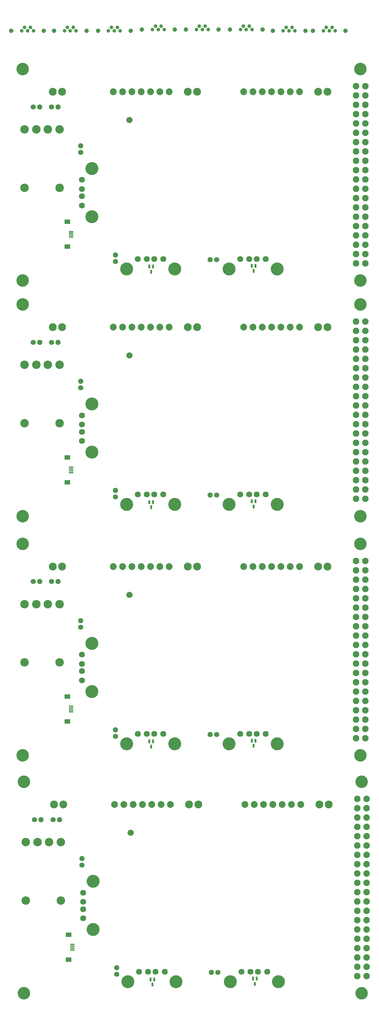
<source format=gbs>
G75*
G70*
%OFA0B0*%
%FSLAX24Y24*%
%IPPOS*%
%LPD*%
G04 *
G04 macro definitions for tiled file 'solderStiched.GBS':*
G04 *
%AMOC8*
5,1,8,0,0,1.08239X$1,22.5*
%
G04 *
G04 aperture list for tiled file 'solderStiched.GBS':*
G04 *
%ADD21OC8,0.0680*%
%ADD18C,0.0640*%
%ADD11C,0.0476*%
%ADD15C,0.0560*%
%ADD20R,0.0237X0.0395*%
%ADD22R,0.0474X0.0178*%
%ADD19C,0.1390*%
%ADD14OC8,0.0560*%
%ADD23R,0.0608X0.0474*%
%ADD13C,0.0907*%
%ADD16C,0.0730*%
%ADD12C,0.1340*%
%ADD10C,0.0390*%
%ADD24C,0.0671*%
%ADD17C,0.0840*%
G04 *
G04 next data from source file './FFC-Adapteranothercopy/bottom_soldermask.GBS', *
G04 source file key is 'infile_0003'. *
G04 *
D10*
X011180Y121117D03*
X011495Y121471D03*
X011810Y121117D03*
X012125Y121471D03*
X012440Y121117D03*
D11*
X010058Y121097D03*
X013562Y121097D03*
G04 *
G04 next data from source file './FFC-Adapter5thcopy/bottom_soldermask.GBS', *
G04 source file key is 'infile_0010'. *
G04 *
D10*
X020630Y121252D03*
X020945Y121606D03*
X021260Y121252D03*
X021575Y121606D03*
X021890Y121252D03*
D11*
X019508Y121232D03*
X023012Y121232D03*
G04 *
G04 next data from source file './BDM/bottom_soldermask.GBS', *
G04 source file key is 'infile_0008'. *
G04 *
D12*
X001969Y043443D03*
X001969Y066120D03*
X038229Y066120D03*
X038229Y043443D03*
D13*
X005932Y053398D03*
X002182Y053398D03*
X002182Y059648D03*
X003432Y059648D03*
X004682Y059648D03*
X005932Y059648D03*
D14*
X008190Y057887D03*
X005784Y062065D03*
X003815Y062065D03*
X011942Y046183D03*
X022092Y045691D03*
D15*
X022792Y045691D03*
X011942Y045483D03*
X008190Y057187D03*
X005084Y062065D03*
X003115Y062065D03*
D16*
X011709Y063683D03*
X012709Y063683D03*
X013709Y063683D03*
X014709Y063683D03*
X015709Y063683D03*
X016709Y063683D03*
X017709Y063683D03*
X025709Y063683D03*
X026709Y063683D03*
X027709Y063683D03*
X028709Y063683D03*
X029709Y063683D03*
X030709Y063683D03*
X031709Y063683D03*
D17*
X033709Y063683D03*
X034709Y063683D03*
X020709Y063683D03*
X019709Y063683D03*
X006209Y063683D03*
X005209Y063683D03*
D18*
X008321Y054239D03*
X008321Y053259D03*
X008321Y052469D03*
X008321Y051489D03*
X014334Y045753D03*
X015314Y045753D03*
X016104Y045753D03*
X017084Y045753D03*
X025334Y045753D03*
X026314Y045753D03*
X027104Y045753D03*
X028084Y045753D03*
D19*
X029294Y044683D03*
X024124Y044683D03*
X018294Y044683D03*
X013124Y044683D03*
X009391Y050279D03*
X009391Y055449D03*
D20*
X015572Y044939D03*
X015965Y044939D03*
X015769Y044388D03*
X026580Y045018D03*
X026973Y045018D03*
X026776Y044467D03*
D21*
X037769Y045282D03*
X038769Y045282D03*
X038769Y046282D03*
X038769Y047282D03*
X037769Y047282D03*
X037769Y046282D03*
X037769Y048282D03*
X038769Y048282D03*
X038769Y049282D03*
X038769Y050282D03*
X037769Y050282D03*
X037769Y049282D03*
X037769Y051282D03*
X038769Y051282D03*
X038769Y052282D03*
X037769Y052282D03*
X037769Y053282D03*
X038769Y053282D03*
X038769Y054282D03*
X037769Y054282D03*
X037769Y055282D03*
X038769Y055282D03*
X038769Y056282D03*
X037769Y056282D03*
X037769Y057282D03*
X038769Y057282D03*
X038769Y058282D03*
X037769Y058282D03*
X037769Y059282D03*
X038769Y059282D03*
X038769Y060282D03*
X037769Y060282D03*
X037769Y061282D03*
X038769Y061282D03*
X038769Y062282D03*
X038769Y063282D03*
X037769Y063282D03*
X037769Y062282D03*
X037769Y064282D03*
X038769Y064282D03*
D22*
X007166Y048699D03*
X007166Y048502D03*
X007166Y048305D03*
X007166Y048108D03*
D23*
X006753Y047069D03*
X006753Y049738D03*
D24*
X013426Y060648D03*
G04 *
G04 next data from source file './BDMcopy/bottom_soldermask.GBS', *
G04 source file key is 'infile_0007'. *
G04 *
D12*
X001969Y069093D03*
X001969Y091770D03*
X038229Y091770D03*
X038229Y069093D03*
D13*
X005932Y079048D03*
X002182Y079048D03*
X002182Y085298D03*
X003432Y085298D03*
X004682Y085298D03*
X005932Y085298D03*
D14*
X008190Y083537D03*
X005784Y087715D03*
X003815Y087715D03*
X011942Y071833D03*
X022092Y071341D03*
D15*
X022792Y071341D03*
X011942Y071133D03*
X008190Y082837D03*
X005084Y087715D03*
X003115Y087715D03*
D16*
X011709Y089333D03*
X012709Y089333D03*
X013709Y089333D03*
X014709Y089333D03*
X015709Y089333D03*
X016709Y089333D03*
X017709Y089333D03*
X025709Y089333D03*
X026709Y089333D03*
X027709Y089333D03*
X028709Y089333D03*
X029709Y089333D03*
X030709Y089333D03*
X031709Y089333D03*
D17*
X033709Y089333D03*
X034709Y089333D03*
X020709Y089333D03*
X019709Y089333D03*
X006209Y089333D03*
X005209Y089333D03*
D18*
X008321Y079889D03*
X008321Y078909D03*
X008321Y078119D03*
X008321Y077139D03*
X014334Y071403D03*
X015314Y071403D03*
X016104Y071403D03*
X017084Y071403D03*
X025334Y071403D03*
X026314Y071403D03*
X027104Y071403D03*
X028084Y071403D03*
D19*
X029294Y070333D03*
X024124Y070333D03*
X018294Y070333D03*
X013124Y070333D03*
X009391Y075929D03*
X009391Y081099D03*
D20*
X015572Y070589D03*
X015965Y070589D03*
X015769Y070038D03*
X026580Y070668D03*
X026973Y070668D03*
X026776Y070117D03*
D21*
X037769Y070932D03*
X038769Y070932D03*
X038769Y071932D03*
X038769Y072932D03*
X037769Y072932D03*
X037769Y071932D03*
X037769Y073932D03*
X038769Y073932D03*
X038769Y074932D03*
X038769Y075932D03*
X037769Y075932D03*
X037769Y074932D03*
X037769Y076932D03*
X038769Y076932D03*
X038769Y077932D03*
X037769Y077932D03*
X037769Y078932D03*
X038769Y078932D03*
X038769Y079932D03*
X037769Y079932D03*
X037769Y080932D03*
X038769Y080932D03*
X038769Y081932D03*
X037769Y081932D03*
X037769Y082932D03*
X038769Y082932D03*
X038769Y083932D03*
X037769Y083932D03*
X037769Y084932D03*
X038769Y084932D03*
X038769Y085932D03*
X037769Y085932D03*
X037769Y086932D03*
X038769Y086932D03*
X038769Y087932D03*
X038769Y088932D03*
X037769Y088932D03*
X037769Y087932D03*
X037769Y089932D03*
X038769Y089932D03*
D22*
X007166Y074349D03*
X007166Y074152D03*
X007166Y073955D03*
X007166Y073758D03*
D23*
X006753Y072719D03*
X006753Y075388D03*
D24*
X013426Y086298D03*
G04 *
G04 next data from source file './FFC-Adapter4thcopy/bottom_soldermask.GBS', *
G04 source file key is 'infile_0004'. *
G04 *
D10*
X034265Y121117D03*
X034580Y121471D03*
X034895Y121117D03*
X035210Y121471D03*
X035525Y121117D03*
D11*
X033143Y121097D03*
X036647Y121097D03*
G04 *
G04 next data from source file './FFC-Adaptercopy/bottom_soldermask.GBS', *
G04 source file key is 'infile_0012'. *
G04 *
D10*
X015905Y121252D03*
X016220Y121606D03*
X016535Y121252D03*
X016850Y121606D03*
X017165Y121252D03*
D11*
X014783Y121232D03*
X018287Y121232D03*
G04 *
G04 next data from source file './FFC-Adapter/bottom_soldermask.GBS', *
G04 source file key is 'infile_0002'. *
G04 *
D10*
X001865Y121117D03*
X002180Y121471D03*
X002495Y121117D03*
X002810Y121471D03*
X003125Y121117D03*
D11*
X000743Y121097D03*
X004247Y121097D03*
G04 *
G04 next data from source file './FFC-Adapter7thcopy/bottom_soldermask.GBS', *
G04 source file key is 'infile_0005'. *
G04 *
D10*
X029945Y121117D03*
X030260Y121471D03*
X030575Y121117D03*
X030890Y121471D03*
X031205Y121117D03*
D11*
X028823Y121097D03*
X032327Y121097D03*
G04 *
G04 next data from source file './BDManothercopy/bottom_soldermask.GBS', *
G04 source file key is 'infile_0011'. *
G04 *
D12*
X002104Y017928D03*
X002104Y040605D03*
X038364Y040605D03*
X038364Y017928D03*
D13*
X006067Y027883D03*
X002317Y027883D03*
X002317Y034133D03*
X003567Y034133D03*
X004817Y034133D03*
X006067Y034133D03*
D14*
X008325Y032372D03*
X005919Y036550D03*
X003950Y036550D03*
X012077Y020668D03*
X022227Y020176D03*
D15*
X022927Y020176D03*
X012077Y019968D03*
X008325Y031672D03*
X005219Y036550D03*
X003250Y036550D03*
D16*
X011844Y038168D03*
X012844Y038168D03*
X013844Y038168D03*
X014844Y038168D03*
X015844Y038168D03*
X016844Y038168D03*
X017844Y038168D03*
X025844Y038168D03*
X026844Y038168D03*
X027844Y038168D03*
X028844Y038168D03*
X029844Y038168D03*
X030844Y038168D03*
X031844Y038168D03*
D17*
X033844Y038168D03*
X034844Y038168D03*
X020844Y038168D03*
X019844Y038168D03*
X006344Y038168D03*
X005344Y038168D03*
D18*
X008456Y028724D03*
X008456Y027744D03*
X008456Y026954D03*
X008456Y025974D03*
X014469Y020238D03*
X015449Y020238D03*
X016239Y020238D03*
X017219Y020238D03*
X025469Y020238D03*
X026449Y020238D03*
X027239Y020238D03*
X028219Y020238D03*
D19*
X029429Y019168D03*
X024259Y019168D03*
X018429Y019168D03*
X013259Y019168D03*
X009526Y024764D03*
X009526Y029934D03*
D20*
X015707Y019424D03*
X016100Y019424D03*
X015904Y018873D03*
X026715Y019503D03*
X027108Y019503D03*
X026911Y018952D03*
D21*
X037904Y019767D03*
X038904Y019767D03*
X038904Y020767D03*
X038904Y021767D03*
X037904Y021767D03*
X037904Y020767D03*
X037904Y022767D03*
X038904Y022767D03*
X038904Y023767D03*
X038904Y024767D03*
X037904Y024767D03*
X037904Y023767D03*
X037904Y025767D03*
X038904Y025767D03*
X038904Y026767D03*
X037904Y026767D03*
X037904Y027767D03*
X038904Y027767D03*
X038904Y028767D03*
X037904Y028767D03*
X037904Y029767D03*
X038904Y029767D03*
X038904Y030767D03*
X037904Y030767D03*
X037904Y031767D03*
X038904Y031767D03*
X038904Y032767D03*
X037904Y032767D03*
X037904Y033767D03*
X038904Y033767D03*
X038904Y034767D03*
X037904Y034767D03*
X037904Y035767D03*
X038904Y035767D03*
X038904Y036767D03*
X038904Y037767D03*
X037904Y037767D03*
X037904Y036767D03*
X037904Y038767D03*
X038904Y038767D03*
D22*
X007301Y023184D03*
X007301Y022987D03*
X007301Y022790D03*
X007301Y022593D03*
D23*
X006888Y021554D03*
X006888Y024223D03*
D24*
X013561Y035133D03*
G04 *
G04 next data from source file './FFC-Adapter3rdcopy/bottom_soldermask.GBS', *
G04 source file key is 'infile_0009'. *
G04 *
D10*
X025355Y121252D03*
X025670Y121606D03*
X025985Y121252D03*
X026300Y121606D03*
X026615Y121252D03*
D11*
X024233Y121232D03*
X027737Y121232D03*
G04 *
G04 next data from source file './FFC-Adapter6thcopy/bottom_soldermask.GBS', *
G04 source file key is 'infile_0006'. *
G04 *
D10*
X006455Y121117D03*
X006770Y121471D03*
X007085Y121117D03*
X007400Y121471D03*
X007715Y121117D03*
D11*
X005333Y121097D03*
X008837Y121097D03*
G04 *
G04 next data from source file './BDM3rdcopy/bottom_soldermask.GBS', *
G04 source file key is 'infile_0001'. *
G04 *
D12*
X001969Y094338D03*
X001969Y117015D03*
X038229Y117015D03*
X038229Y094338D03*
D13*
X005932Y104293D03*
X002182Y104293D03*
X002182Y110543D03*
X003432Y110543D03*
X004682Y110543D03*
X005932Y110543D03*
D14*
X008190Y108782D03*
X005784Y112960D03*
X003815Y112960D03*
X011942Y097078D03*
X022092Y096586D03*
D15*
X022792Y096586D03*
X011942Y096378D03*
X008190Y108082D03*
X005084Y112960D03*
X003115Y112960D03*
D16*
X011709Y114578D03*
X012709Y114578D03*
X013709Y114578D03*
X014709Y114578D03*
X015709Y114578D03*
X016709Y114578D03*
X017709Y114578D03*
X025709Y114578D03*
X026709Y114578D03*
X027709Y114578D03*
X028709Y114578D03*
X029709Y114578D03*
X030709Y114578D03*
X031709Y114578D03*
D17*
X033709Y114578D03*
X034709Y114578D03*
X020709Y114578D03*
X019709Y114578D03*
X006209Y114578D03*
X005209Y114578D03*
D18*
X008321Y105134D03*
X008321Y104154D03*
X008321Y103364D03*
X008321Y102384D03*
X014334Y096648D03*
X015314Y096648D03*
X016104Y096648D03*
X017084Y096648D03*
X025334Y096648D03*
X026314Y096648D03*
X027104Y096648D03*
X028084Y096648D03*
D19*
X029294Y095578D03*
X024124Y095578D03*
X018294Y095578D03*
X013124Y095578D03*
X009391Y101174D03*
X009391Y106344D03*
D20*
X015572Y095834D03*
X015965Y095834D03*
X015769Y095283D03*
X026580Y095913D03*
X026973Y095913D03*
X026776Y095362D03*
D21*
X037769Y096177D03*
X038769Y096177D03*
X038769Y097177D03*
X038769Y098177D03*
X037769Y098177D03*
X037769Y097177D03*
X037769Y099177D03*
X038769Y099177D03*
X038769Y100177D03*
X038769Y101177D03*
X037769Y101177D03*
X037769Y100177D03*
X037769Y102177D03*
X038769Y102177D03*
X038769Y103177D03*
X037769Y103177D03*
X037769Y104177D03*
X038769Y104177D03*
X038769Y105177D03*
X037769Y105177D03*
X037769Y106177D03*
X038769Y106177D03*
X038769Y107177D03*
X037769Y107177D03*
X037769Y108177D03*
X038769Y108177D03*
X038769Y109177D03*
X037769Y109177D03*
X037769Y110177D03*
X038769Y110177D03*
X038769Y111177D03*
X037769Y111177D03*
X037769Y112177D03*
X038769Y112177D03*
X038769Y113177D03*
X038769Y114177D03*
X037769Y114177D03*
X037769Y113177D03*
X037769Y115177D03*
X038769Y115177D03*
D22*
X007166Y099594D03*
X007166Y099397D03*
X007166Y099200D03*
X007166Y099003D03*
D23*
X006753Y097964D03*
X006753Y100633D03*
D24*
X013426Y111543D03*
M02*

</source>
